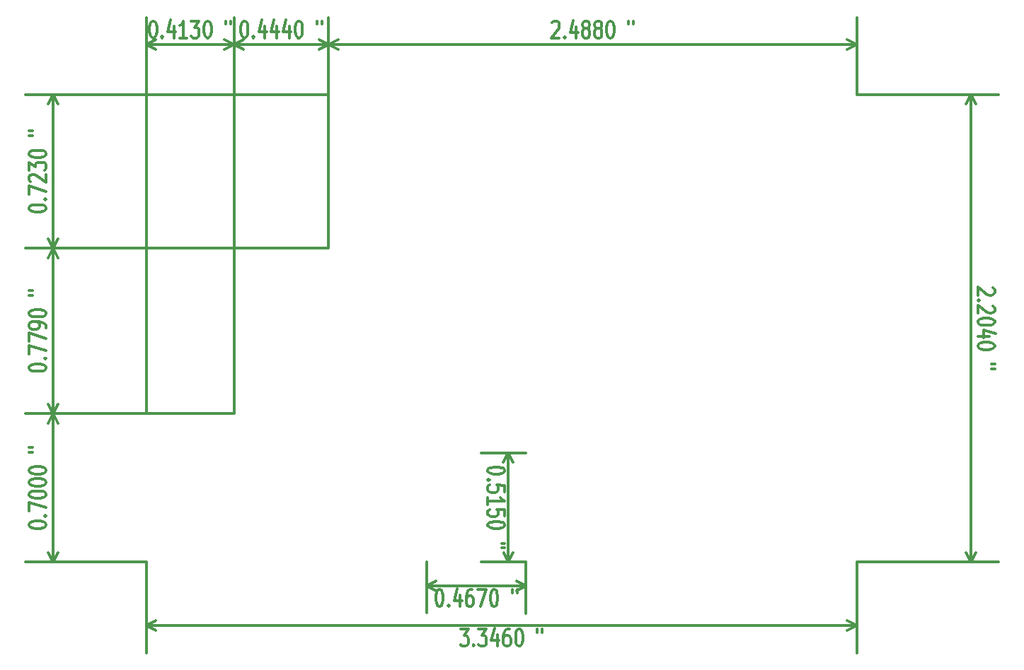
<source format=gbr>
G04 (created by PCBNEW-RS274X (2012-01-19 BZR 3256)-stable) date 14/12/2555 14:56:42*
G01*
G70*
G90*
%MOIN*%
G04 Gerber Fmt 3.4, Leading zero omitted, Abs format*
%FSLAX34Y34*%
G04 APERTURE LIST*
%ADD10C,0.006000*%
%ADD11C,0.012000*%
G04 APERTURE END LIST*
G54D10*
G54D11*
X33934Y-33585D02*
X33934Y-33528D01*
X33972Y-33471D01*
X34010Y-33442D01*
X34086Y-33413D01*
X34239Y-33385D01*
X34429Y-33385D01*
X34581Y-33413D01*
X34658Y-33442D01*
X34696Y-33471D01*
X34734Y-33528D01*
X34734Y-33585D01*
X34696Y-33642D01*
X34658Y-33671D01*
X34581Y-33699D01*
X34429Y-33728D01*
X34239Y-33728D01*
X34086Y-33699D01*
X34010Y-33671D01*
X33972Y-33642D01*
X33934Y-33585D01*
X34658Y-33128D02*
X34696Y-33100D01*
X34734Y-33128D01*
X34696Y-33157D01*
X34658Y-33128D01*
X34734Y-33128D01*
X33934Y-32899D02*
X33934Y-32499D01*
X34734Y-32756D01*
X34010Y-32300D02*
X33972Y-32271D01*
X33934Y-32214D01*
X33934Y-32071D01*
X33972Y-32014D01*
X34010Y-31985D01*
X34086Y-31957D01*
X34162Y-31957D01*
X34277Y-31985D01*
X34734Y-32328D01*
X34734Y-31957D01*
X33934Y-31757D02*
X33934Y-31386D01*
X34239Y-31586D01*
X34239Y-31500D01*
X34277Y-31443D01*
X34315Y-31414D01*
X34391Y-31386D01*
X34581Y-31386D01*
X34658Y-31414D01*
X34696Y-31443D01*
X34734Y-31500D01*
X34734Y-31672D01*
X34696Y-31729D01*
X34658Y-31757D01*
X33934Y-31015D02*
X33934Y-30958D01*
X33972Y-30901D01*
X34010Y-30872D01*
X34086Y-30843D01*
X34239Y-30815D01*
X34429Y-30815D01*
X34581Y-30843D01*
X34658Y-30872D01*
X34696Y-30901D01*
X34734Y-30958D01*
X34734Y-31015D01*
X34696Y-31072D01*
X34658Y-31101D01*
X34581Y-31129D01*
X34429Y-31158D01*
X34239Y-31158D01*
X34086Y-31129D01*
X34010Y-31101D01*
X33972Y-31072D01*
X33934Y-31015D01*
X33934Y-30130D02*
X34086Y-30130D01*
X33934Y-29901D02*
X34086Y-29901D01*
X35050Y-35430D02*
X35050Y-28200D01*
X48030Y-35430D02*
X33770Y-35430D01*
X48030Y-28200D02*
X33770Y-28200D01*
X35050Y-28200D02*
X35280Y-28643D01*
X35050Y-28200D02*
X34820Y-28643D01*
X35050Y-35430D02*
X35280Y-34987D01*
X35050Y-35430D02*
X34820Y-34987D01*
X33934Y-41105D02*
X33934Y-41048D01*
X33972Y-40991D01*
X34010Y-40962D01*
X34086Y-40933D01*
X34239Y-40905D01*
X34429Y-40905D01*
X34581Y-40933D01*
X34658Y-40962D01*
X34696Y-40991D01*
X34734Y-41048D01*
X34734Y-41105D01*
X34696Y-41162D01*
X34658Y-41191D01*
X34581Y-41219D01*
X34429Y-41248D01*
X34239Y-41248D01*
X34086Y-41219D01*
X34010Y-41191D01*
X33972Y-41162D01*
X33934Y-41105D01*
X34658Y-40648D02*
X34696Y-40620D01*
X34734Y-40648D01*
X34696Y-40677D01*
X34658Y-40648D01*
X34734Y-40648D01*
X33934Y-40419D02*
X33934Y-40019D01*
X34734Y-40276D01*
X33934Y-39848D02*
X33934Y-39448D01*
X34734Y-39705D01*
X34734Y-39192D02*
X34734Y-39077D01*
X34696Y-39020D01*
X34658Y-38992D01*
X34543Y-38934D01*
X34391Y-38906D01*
X34086Y-38906D01*
X34010Y-38934D01*
X33972Y-38963D01*
X33934Y-39020D01*
X33934Y-39134D01*
X33972Y-39192D01*
X34010Y-39220D01*
X34086Y-39249D01*
X34277Y-39249D01*
X34353Y-39220D01*
X34391Y-39192D01*
X34429Y-39134D01*
X34429Y-39020D01*
X34391Y-38963D01*
X34353Y-38934D01*
X34277Y-38906D01*
X33934Y-38535D02*
X33934Y-38478D01*
X33972Y-38421D01*
X34010Y-38392D01*
X34086Y-38363D01*
X34239Y-38335D01*
X34429Y-38335D01*
X34581Y-38363D01*
X34658Y-38392D01*
X34696Y-38421D01*
X34734Y-38478D01*
X34734Y-38535D01*
X34696Y-38592D01*
X34658Y-38621D01*
X34581Y-38649D01*
X34429Y-38678D01*
X34239Y-38678D01*
X34086Y-38649D01*
X34010Y-38621D01*
X33972Y-38592D01*
X33934Y-38535D01*
X33934Y-37650D02*
X34086Y-37650D01*
X33934Y-37421D02*
X34086Y-37421D01*
X35050Y-43230D02*
X35050Y-35440D01*
X43580Y-43230D02*
X33770Y-43230D01*
X43580Y-35440D02*
X33770Y-35440D01*
X35050Y-35440D02*
X35280Y-35883D01*
X35050Y-35440D02*
X34820Y-35883D01*
X35050Y-43230D02*
X35280Y-42787D01*
X35050Y-43230D02*
X34820Y-42787D01*
X33934Y-48510D02*
X33934Y-48453D01*
X33972Y-48396D01*
X34010Y-48367D01*
X34086Y-48338D01*
X34239Y-48310D01*
X34429Y-48310D01*
X34581Y-48338D01*
X34658Y-48367D01*
X34696Y-48396D01*
X34734Y-48453D01*
X34734Y-48510D01*
X34696Y-48567D01*
X34658Y-48596D01*
X34581Y-48624D01*
X34429Y-48653D01*
X34239Y-48653D01*
X34086Y-48624D01*
X34010Y-48596D01*
X33972Y-48567D01*
X33934Y-48510D01*
X34658Y-48053D02*
X34696Y-48025D01*
X34734Y-48053D01*
X34696Y-48082D01*
X34658Y-48053D01*
X34734Y-48053D01*
X33934Y-47824D02*
X33934Y-47424D01*
X34734Y-47681D01*
X33934Y-47082D02*
X33934Y-47025D01*
X33972Y-46968D01*
X34010Y-46939D01*
X34086Y-46910D01*
X34239Y-46882D01*
X34429Y-46882D01*
X34581Y-46910D01*
X34658Y-46939D01*
X34696Y-46968D01*
X34734Y-47025D01*
X34734Y-47082D01*
X34696Y-47139D01*
X34658Y-47168D01*
X34581Y-47196D01*
X34429Y-47225D01*
X34239Y-47225D01*
X34086Y-47196D01*
X34010Y-47168D01*
X33972Y-47139D01*
X33934Y-47082D01*
X33934Y-46511D02*
X33934Y-46454D01*
X33972Y-46397D01*
X34010Y-46368D01*
X34086Y-46339D01*
X34239Y-46311D01*
X34429Y-46311D01*
X34581Y-46339D01*
X34658Y-46368D01*
X34696Y-46397D01*
X34734Y-46454D01*
X34734Y-46511D01*
X34696Y-46568D01*
X34658Y-46597D01*
X34581Y-46625D01*
X34429Y-46654D01*
X34239Y-46654D01*
X34086Y-46625D01*
X34010Y-46597D01*
X33972Y-46568D01*
X33934Y-46511D01*
X33934Y-45940D02*
X33934Y-45883D01*
X33972Y-45826D01*
X34010Y-45797D01*
X34086Y-45768D01*
X34239Y-45740D01*
X34429Y-45740D01*
X34581Y-45768D01*
X34658Y-45797D01*
X34696Y-45826D01*
X34734Y-45883D01*
X34734Y-45940D01*
X34696Y-45997D01*
X34658Y-46026D01*
X34581Y-46054D01*
X34429Y-46083D01*
X34239Y-46083D01*
X34086Y-46054D01*
X34010Y-46026D01*
X33972Y-45997D01*
X33934Y-45940D01*
X33934Y-45055D02*
X34086Y-45055D01*
X33934Y-44826D02*
X34086Y-44826D01*
X35050Y-50240D02*
X35050Y-43240D01*
X39460Y-50240D02*
X33770Y-50240D01*
X39460Y-43240D02*
X33770Y-43240D01*
X35050Y-43240D02*
X35280Y-43683D01*
X35050Y-43240D02*
X34820Y-43683D01*
X35050Y-50240D02*
X35280Y-49797D01*
X35050Y-50240D02*
X34820Y-49797D01*
X39745Y-24715D02*
X39802Y-24715D01*
X39859Y-24753D01*
X39888Y-24791D01*
X39917Y-24867D01*
X39945Y-25020D01*
X39945Y-25210D01*
X39917Y-25362D01*
X39888Y-25439D01*
X39859Y-25477D01*
X39802Y-25515D01*
X39745Y-25515D01*
X39688Y-25477D01*
X39659Y-25439D01*
X39631Y-25362D01*
X39602Y-25210D01*
X39602Y-25020D01*
X39631Y-24867D01*
X39659Y-24791D01*
X39688Y-24753D01*
X39745Y-24715D01*
X40202Y-25439D02*
X40230Y-25477D01*
X40202Y-25515D01*
X40173Y-25477D01*
X40202Y-25439D01*
X40202Y-25515D01*
X40745Y-24981D02*
X40745Y-25515D01*
X40602Y-24677D02*
X40459Y-25248D01*
X40831Y-25248D01*
X41373Y-25515D02*
X41030Y-25515D01*
X41202Y-25515D02*
X41202Y-24715D01*
X41145Y-24829D01*
X41087Y-24905D01*
X41030Y-24943D01*
X41573Y-24715D02*
X41944Y-24715D01*
X41744Y-25020D01*
X41830Y-25020D01*
X41887Y-25058D01*
X41916Y-25096D01*
X41944Y-25172D01*
X41944Y-25362D01*
X41916Y-25439D01*
X41887Y-25477D01*
X41830Y-25515D01*
X41658Y-25515D01*
X41601Y-25477D01*
X41573Y-25439D01*
X42315Y-24715D02*
X42372Y-24715D01*
X42429Y-24753D01*
X42458Y-24791D01*
X42487Y-24867D01*
X42515Y-25020D01*
X42515Y-25210D01*
X42487Y-25362D01*
X42458Y-25439D01*
X42429Y-25477D01*
X42372Y-25515D01*
X42315Y-25515D01*
X42258Y-25477D01*
X42229Y-25439D01*
X42201Y-25362D01*
X42172Y-25210D01*
X42172Y-25020D01*
X42201Y-24867D01*
X42229Y-24791D01*
X42258Y-24753D01*
X42315Y-24715D01*
X43200Y-24715D02*
X43200Y-24867D01*
X43429Y-24715D02*
X43429Y-24867D01*
X43580Y-25831D02*
X39450Y-25831D01*
X43580Y-43230D02*
X43580Y-24551D01*
X39450Y-43230D02*
X39450Y-24551D01*
X39450Y-25831D02*
X39893Y-25601D01*
X39450Y-25831D02*
X39893Y-26061D01*
X43580Y-25831D02*
X43137Y-25601D01*
X43580Y-25831D02*
X43137Y-26061D01*
X44040Y-24715D02*
X44097Y-24715D01*
X44154Y-24753D01*
X44183Y-24791D01*
X44212Y-24867D01*
X44240Y-25020D01*
X44240Y-25210D01*
X44212Y-25362D01*
X44183Y-25439D01*
X44154Y-25477D01*
X44097Y-25515D01*
X44040Y-25515D01*
X43983Y-25477D01*
X43954Y-25439D01*
X43926Y-25362D01*
X43897Y-25210D01*
X43897Y-25020D01*
X43926Y-24867D01*
X43954Y-24791D01*
X43983Y-24753D01*
X44040Y-24715D01*
X44497Y-25439D02*
X44525Y-25477D01*
X44497Y-25515D01*
X44468Y-25477D01*
X44497Y-25439D01*
X44497Y-25515D01*
X45040Y-24981D02*
X45040Y-25515D01*
X44897Y-24677D02*
X44754Y-25248D01*
X45126Y-25248D01*
X45611Y-24981D02*
X45611Y-25515D01*
X45468Y-24677D02*
X45325Y-25248D01*
X45697Y-25248D01*
X46182Y-24981D02*
X46182Y-25515D01*
X46039Y-24677D02*
X45896Y-25248D01*
X46268Y-25248D01*
X46610Y-24715D02*
X46667Y-24715D01*
X46724Y-24753D01*
X46753Y-24791D01*
X46782Y-24867D01*
X46810Y-25020D01*
X46810Y-25210D01*
X46782Y-25362D01*
X46753Y-25439D01*
X46724Y-25477D01*
X46667Y-25515D01*
X46610Y-25515D01*
X46553Y-25477D01*
X46524Y-25439D01*
X46496Y-25362D01*
X46467Y-25210D01*
X46467Y-25020D01*
X46496Y-24867D01*
X46524Y-24791D01*
X46553Y-24753D01*
X46610Y-24715D01*
X47495Y-24715D02*
X47495Y-24867D01*
X47724Y-24715D02*
X47724Y-24867D01*
X48030Y-25831D02*
X43590Y-25831D01*
X48030Y-35430D02*
X48030Y-24551D01*
X43590Y-35430D02*
X43590Y-24551D01*
X43590Y-25831D02*
X44033Y-25601D01*
X43590Y-25831D02*
X44033Y-26061D01*
X48030Y-25831D02*
X47587Y-25601D01*
X48030Y-25831D02*
X47587Y-26061D01*
X58567Y-24801D02*
X58596Y-24763D01*
X58653Y-24725D01*
X58796Y-24725D01*
X58853Y-24763D01*
X58882Y-24801D01*
X58910Y-24877D01*
X58910Y-24953D01*
X58882Y-25068D01*
X58539Y-25525D01*
X58910Y-25525D01*
X59167Y-25449D02*
X59195Y-25487D01*
X59167Y-25525D01*
X59138Y-25487D01*
X59167Y-25449D01*
X59167Y-25525D01*
X59710Y-24991D02*
X59710Y-25525D01*
X59567Y-24687D02*
X59424Y-25258D01*
X59796Y-25258D01*
X60110Y-25068D02*
X60052Y-25030D01*
X60024Y-24991D01*
X59995Y-24915D01*
X59995Y-24877D01*
X60024Y-24801D01*
X60052Y-24763D01*
X60110Y-24725D01*
X60224Y-24725D01*
X60281Y-24763D01*
X60310Y-24801D01*
X60338Y-24877D01*
X60338Y-24915D01*
X60310Y-24991D01*
X60281Y-25030D01*
X60224Y-25068D01*
X60110Y-25068D01*
X60052Y-25106D01*
X60024Y-25144D01*
X59995Y-25220D01*
X59995Y-25372D01*
X60024Y-25449D01*
X60052Y-25487D01*
X60110Y-25525D01*
X60224Y-25525D01*
X60281Y-25487D01*
X60310Y-25449D01*
X60338Y-25372D01*
X60338Y-25220D01*
X60310Y-25144D01*
X60281Y-25106D01*
X60224Y-25068D01*
X60681Y-25068D02*
X60623Y-25030D01*
X60595Y-24991D01*
X60566Y-24915D01*
X60566Y-24877D01*
X60595Y-24801D01*
X60623Y-24763D01*
X60681Y-24725D01*
X60795Y-24725D01*
X60852Y-24763D01*
X60881Y-24801D01*
X60909Y-24877D01*
X60909Y-24915D01*
X60881Y-24991D01*
X60852Y-25030D01*
X60795Y-25068D01*
X60681Y-25068D01*
X60623Y-25106D01*
X60595Y-25144D01*
X60566Y-25220D01*
X60566Y-25372D01*
X60595Y-25449D01*
X60623Y-25487D01*
X60681Y-25525D01*
X60795Y-25525D01*
X60852Y-25487D01*
X60881Y-25449D01*
X60909Y-25372D01*
X60909Y-25220D01*
X60881Y-25144D01*
X60852Y-25106D01*
X60795Y-25068D01*
X61280Y-24725D02*
X61337Y-24725D01*
X61394Y-24763D01*
X61423Y-24801D01*
X61452Y-24877D01*
X61480Y-25030D01*
X61480Y-25220D01*
X61452Y-25372D01*
X61423Y-25449D01*
X61394Y-25487D01*
X61337Y-25525D01*
X61280Y-25525D01*
X61223Y-25487D01*
X61194Y-25449D01*
X61166Y-25372D01*
X61137Y-25220D01*
X61137Y-25030D01*
X61166Y-24877D01*
X61194Y-24801D01*
X61223Y-24763D01*
X61280Y-24725D01*
X62165Y-24725D02*
X62165Y-24877D01*
X62394Y-24725D02*
X62394Y-24877D01*
X72920Y-25841D02*
X48040Y-25841D01*
X72920Y-28200D02*
X72920Y-24561D01*
X48040Y-28200D02*
X48040Y-24561D01*
X48040Y-25841D02*
X48483Y-25611D01*
X48040Y-25841D02*
X48483Y-26071D01*
X72920Y-25841D02*
X72477Y-25611D01*
X72920Y-25841D02*
X72477Y-26071D01*
X53233Y-51526D02*
X53290Y-51526D01*
X53347Y-51564D01*
X53376Y-51602D01*
X53405Y-51678D01*
X53432Y-51831D01*
X53432Y-52021D01*
X53404Y-52173D01*
X53375Y-52250D01*
X53346Y-52288D01*
X53288Y-52326D01*
X53231Y-52326D01*
X53175Y-52288D01*
X53146Y-52250D01*
X53118Y-52173D01*
X53089Y-52021D01*
X53089Y-51831D01*
X53119Y-51678D01*
X53147Y-51602D01*
X53176Y-51564D01*
X53233Y-51526D01*
X53689Y-52251D02*
X53717Y-52289D01*
X53688Y-52327D01*
X53660Y-52289D01*
X53689Y-52251D01*
X53688Y-52327D01*
X54232Y-51794D02*
X54231Y-52328D01*
X54090Y-51489D02*
X53946Y-52060D01*
X54318Y-52061D01*
X54804Y-51529D02*
X54690Y-51528D01*
X54633Y-51566D01*
X54604Y-51604D01*
X54546Y-51718D01*
X54517Y-51871D01*
X54517Y-52175D01*
X54546Y-52252D01*
X54574Y-52290D01*
X54631Y-52328D01*
X54745Y-52329D01*
X54803Y-52291D01*
X54832Y-52253D01*
X54860Y-52176D01*
X54860Y-51986D01*
X54832Y-51910D01*
X54803Y-51872D01*
X54746Y-51834D01*
X54632Y-51833D01*
X54574Y-51871D01*
X54546Y-51909D01*
X54517Y-51985D01*
X55061Y-51529D02*
X55461Y-51530D01*
X55202Y-52329D01*
X55803Y-51530D02*
X55860Y-51530D01*
X55917Y-51569D01*
X55946Y-51607D01*
X55975Y-51683D01*
X56002Y-51836D01*
X56002Y-52026D01*
X55974Y-52178D01*
X55945Y-52255D01*
X55915Y-52293D01*
X55858Y-52330D01*
X55801Y-52330D01*
X55744Y-52292D01*
X55716Y-52254D01*
X55688Y-52177D01*
X55659Y-52025D01*
X55659Y-51835D01*
X55689Y-51682D01*
X55717Y-51606D01*
X55746Y-51568D01*
X55803Y-51530D01*
X56688Y-51532D02*
X56688Y-51684D01*
X56917Y-51532D02*
X56917Y-51684D01*
X52668Y-51360D02*
X57338Y-51370D01*
X52670Y-50240D02*
X52666Y-52640D01*
X57340Y-50250D02*
X57336Y-52650D01*
X57338Y-51370D02*
X56895Y-51599D01*
X57338Y-51370D02*
X56895Y-51139D01*
X52668Y-51360D02*
X53111Y-51591D01*
X52668Y-51360D02*
X53111Y-51131D01*
X56338Y-45896D02*
X56338Y-45953D01*
X56300Y-46010D01*
X56262Y-46039D01*
X56186Y-46068D01*
X56033Y-46097D01*
X55843Y-46097D01*
X55691Y-46069D01*
X55614Y-46040D01*
X55576Y-46012D01*
X55538Y-45955D01*
X55538Y-45898D01*
X55576Y-45841D01*
X55614Y-45811D01*
X55691Y-45783D01*
X55843Y-45754D01*
X56033Y-45754D01*
X56186Y-45782D01*
X56262Y-45810D01*
X56300Y-45839D01*
X56338Y-45896D01*
X55615Y-46354D02*
X55577Y-46383D01*
X55539Y-46355D01*
X55577Y-46326D01*
X55615Y-46354D01*
X55539Y-46355D01*
X56340Y-46925D02*
X56339Y-46639D01*
X55958Y-46611D01*
X55996Y-46640D01*
X56034Y-46697D01*
X56035Y-46840D01*
X55997Y-46897D01*
X55959Y-46926D01*
X55883Y-46954D01*
X55693Y-46954D01*
X55616Y-46926D01*
X55578Y-46898D01*
X55540Y-46841D01*
X55539Y-46698D01*
X55577Y-46641D01*
X55615Y-46611D01*
X55541Y-47526D02*
X55540Y-47183D01*
X55540Y-47355D02*
X56340Y-47353D01*
X56226Y-47296D01*
X56150Y-47239D01*
X56112Y-47182D01*
X56342Y-48067D02*
X56341Y-47781D01*
X55960Y-47753D01*
X55998Y-47782D01*
X56036Y-47839D01*
X56037Y-47982D01*
X55999Y-48039D01*
X55961Y-48068D01*
X55885Y-48096D01*
X55695Y-48096D01*
X55618Y-48068D01*
X55580Y-48039D01*
X55542Y-47983D01*
X55541Y-47840D01*
X55579Y-47782D01*
X55617Y-47753D01*
X56342Y-48466D02*
X56342Y-48523D01*
X56305Y-48580D01*
X56267Y-48609D01*
X56191Y-48638D01*
X56038Y-48667D01*
X55848Y-48667D01*
X55696Y-48639D01*
X55619Y-48610D01*
X55581Y-48581D01*
X55542Y-48525D01*
X55542Y-48468D01*
X55580Y-48410D01*
X55618Y-48381D01*
X55695Y-48353D01*
X55847Y-48324D01*
X56037Y-48324D01*
X56190Y-48352D01*
X56266Y-48380D01*
X56304Y-48409D01*
X56342Y-48466D01*
X56344Y-49351D02*
X56192Y-49351D01*
X56344Y-49580D02*
X56192Y-49580D01*
X56510Y-50241D02*
X56500Y-45091D01*
X57330Y-50240D02*
X55230Y-50243D01*
X57320Y-45090D02*
X55220Y-45093D01*
X56500Y-45091D02*
X56731Y-45534D01*
X56500Y-45091D02*
X56270Y-45534D01*
X56510Y-50241D02*
X56740Y-49798D01*
X56510Y-50241D02*
X56279Y-49798D01*
X54249Y-53403D02*
X54620Y-53403D01*
X54420Y-53708D01*
X54506Y-53708D01*
X54563Y-53746D01*
X54592Y-53784D01*
X54620Y-53860D01*
X54620Y-54050D01*
X54592Y-54127D01*
X54563Y-54165D01*
X54506Y-54203D01*
X54334Y-54203D01*
X54277Y-54165D01*
X54249Y-54127D01*
X54877Y-54127D02*
X54905Y-54165D01*
X54877Y-54203D01*
X54848Y-54165D01*
X54877Y-54127D01*
X54877Y-54203D01*
X55106Y-53403D02*
X55477Y-53403D01*
X55277Y-53708D01*
X55363Y-53708D01*
X55420Y-53746D01*
X55449Y-53784D01*
X55477Y-53860D01*
X55477Y-54050D01*
X55449Y-54127D01*
X55420Y-54165D01*
X55363Y-54203D01*
X55191Y-54203D01*
X55134Y-54165D01*
X55106Y-54127D01*
X55991Y-53669D02*
X55991Y-54203D01*
X55848Y-53365D02*
X55705Y-53936D01*
X56077Y-53936D01*
X56562Y-53403D02*
X56448Y-53403D01*
X56391Y-53441D01*
X56362Y-53479D01*
X56305Y-53593D01*
X56276Y-53746D01*
X56276Y-54050D01*
X56305Y-54127D01*
X56333Y-54165D01*
X56391Y-54203D01*
X56505Y-54203D01*
X56562Y-54165D01*
X56591Y-54127D01*
X56619Y-54050D01*
X56619Y-53860D01*
X56591Y-53784D01*
X56562Y-53746D01*
X56505Y-53708D01*
X56391Y-53708D01*
X56333Y-53746D01*
X56305Y-53784D01*
X56276Y-53860D01*
X56990Y-53403D02*
X57047Y-53403D01*
X57104Y-53441D01*
X57133Y-53479D01*
X57162Y-53555D01*
X57190Y-53708D01*
X57190Y-53898D01*
X57162Y-54050D01*
X57133Y-54127D01*
X57104Y-54165D01*
X57047Y-54203D01*
X56990Y-54203D01*
X56933Y-54165D01*
X56904Y-54127D01*
X56876Y-54050D01*
X56847Y-53898D01*
X56847Y-53708D01*
X56876Y-53555D01*
X56904Y-53479D01*
X56933Y-53441D01*
X56990Y-53403D01*
X57875Y-53403D02*
X57875Y-53555D01*
X58104Y-53403D02*
X58104Y-53555D01*
X39460Y-53239D02*
X72920Y-53239D01*
X39460Y-50240D02*
X39460Y-54519D01*
X72920Y-50240D02*
X72920Y-54519D01*
X72920Y-53239D02*
X72477Y-53469D01*
X72920Y-53239D02*
X72477Y-53009D01*
X39460Y-53239D02*
X39903Y-53469D01*
X39460Y-53239D02*
X39903Y-53009D01*
X79339Y-37307D02*
X79377Y-37336D01*
X79415Y-37393D01*
X79415Y-37536D01*
X79377Y-37593D01*
X79339Y-37622D01*
X79263Y-37650D01*
X79187Y-37650D01*
X79072Y-37622D01*
X78615Y-37279D01*
X78615Y-37650D01*
X78691Y-37907D02*
X78653Y-37935D01*
X78615Y-37907D01*
X78653Y-37878D01*
X78691Y-37907D01*
X78615Y-37907D01*
X79339Y-38164D02*
X79377Y-38193D01*
X79415Y-38250D01*
X79415Y-38393D01*
X79377Y-38450D01*
X79339Y-38479D01*
X79263Y-38507D01*
X79187Y-38507D01*
X79072Y-38479D01*
X78615Y-38136D01*
X78615Y-38507D01*
X79415Y-38878D02*
X79415Y-38935D01*
X79377Y-38992D01*
X79339Y-39021D01*
X79263Y-39050D01*
X79110Y-39078D01*
X78920Y-39078D01*
X78768Y-39050D01*
X78691Y-39021D01*
X78653Y-38992D01*
X78615Y-38935D01*
X78615Y-38878D01*
X78653Y-38821D01*
X78691Y-38792D01*
X78768Y-38764D01*
X78920Y-38735D01*
X79110Y-38735D01*
X79263Y-38764D01*
X79339Y-38792D01*
X79377Y-38821D01*
X79415Y-38878D01*
X79149Y-39592D02*
X78615Y-39592D01*
X79453Y-39449D02*
X78882Y-39306D01*
X78882Y-39678D01*
X79415Y-40020D02*
X79415Y-40077D01*
X79377Y-40134D01*
X79339Y-40163D01*
X79263Y-40192D01*
X79110Y-40220D01*
X78920Y-40220D01*
X78768Y-40192D01*
X78691Y-40163D01*
X78653Y-40134D01*
X78615Y-40077D01*
X78615Y-40020D01*
X78653Y-39963D01*
X78691Y-39934D01*
X78768Y-39906D01*
X78920Y-39877D01*
X79110Y-39877D01*
X79263Y-39906D01*
X79339Y-39934D01*
X79377Y-39963D01*
X79415Y-40020D01*
X79415Y-40905D02*
X79263Y-40905D01*
X79415Y-41134D02*
X79263Y-41134D01*
X78299Y-28200D02*
X78299Y-50240D01*
X72920Y-28200D02*
X79579Y-28200D01*
X72920Y-50240D02*
X79579Y-50240D01*
X78299Y-50240D02*
X78069Y-49797D01*
X78299Y-50240D02*
X78529Y-49797D01*
X78299Y-28200D02*
X78069Y-28643D01*
X78299Y-28200D02*
X78529Y-28643D01*
M02*

</source>
